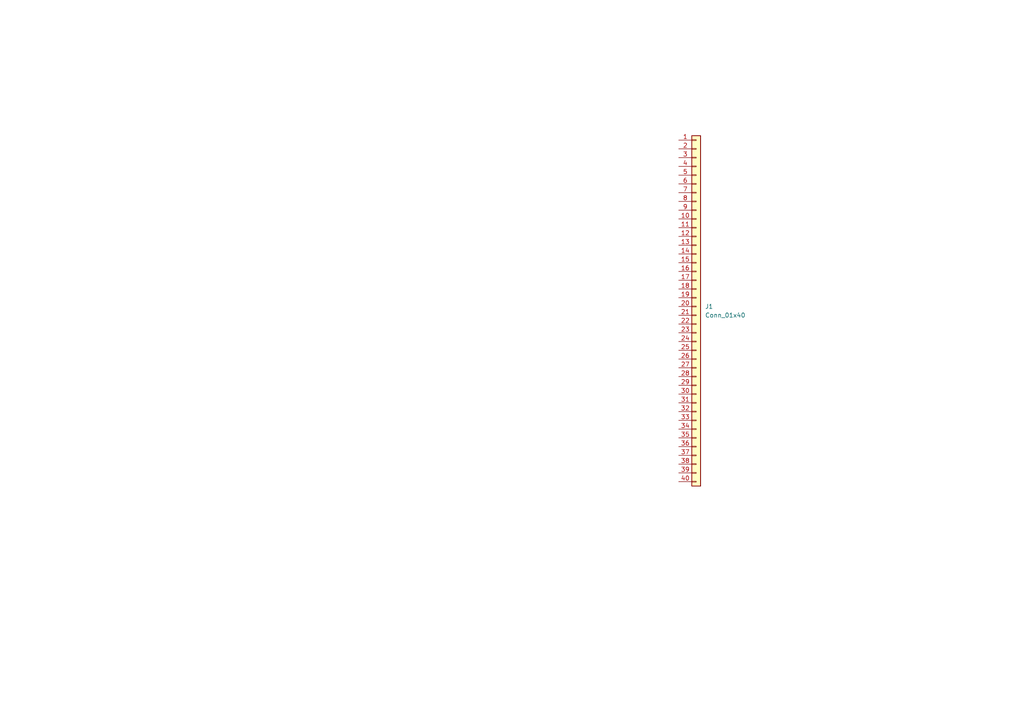
<source format=kicad_sch>
(kicad_sch (version 20250114) (generator "eeschema") (generator_version "9.0")
  (paper "A4")
  (lib_symbols
    (symbol "Connector_Generic:Conn_01x40" (pin_names (offset 1.016) (hide yes))
      (property "Reference" "J" (at 0 50.8 0))
      (property "Value" "Conn_01x40" (at 0 -53.34 0))
      (symbol "Conn_01x40_1_1"
        (rectangle (start -1.27 49.53) (end 1.27 -52.07) (stroke (width 0.254)) (fill (type background)))
        (rectangle (start -1.27 48.387) (end 0 48.133) (stroke (width 0.1524)))
        (rectangle (start -1.27 45.847) (end 0 45.593) (stroke (width 0.1524)))
        (rectangle (start -1.27 43.307) (end 0 43.053) (stroke (width 0.1524)))
        (rectangle (start -1.27 40.767) (end 0 40.513) (stroke (width 0.1524)))
        (rectangle (start -1.27 38.227) (end 0 37.973) (stroke (width 0.1524)))
        (rectangle (start -1.27 35.687) (end 0 35.433) (stroke (width 0.1524)))
        (rectangle (start -1.27 33.147) (end 0 32.893) (stroke (width 0.1524)))
        (rectangle (start -1.27 30.607) (end 0 30.353) (stroke (width 0.1524)))
        (rectangle (start -1.27 28.067) (end 0 27.813) (stroke (width 0.1524)))
        (rectangle (start -1.27 25.527) (end 0 25.273) (stroke (width 0.1524)))
        (rectangle (start -1.27 22.987) (end 0 22.733) (stroke (width 0.1524)))
        (rectangle (start -1.27 20.447) (end 0 20.193) (stroke (width 0.1524)))
        (rectangle (start -1.27 17.907) (end 0 17.653) (stroke (width 0.1524)))
        (rectangle (start -1.27 15.367) (end 0 15.113) (stroke (width 0.1524)))
        (rectangle (start -1.27 12.827) (end 0 12.573) (stroke (width 0.1524)))
        (rectangle (start -1.27 10.287) (end 0 10.033) (stroke (width 0.1524)))
        (rectangle (start -1.27 7.747) (end 0 7.493) (stroke (width 0.1524)))
        (rectangle (start -1.27 5.207) (end 0 4.953) (stroke (width 0.1524)))
        (rectangle (start -1.27 2.667) (end 0 2.413) (stroke (width 0.1524)))
        (rectangle (start -1.27 0.127) (end 0 -0.127) (stroke (width 0.1524)))
        (rectangle (start -1.27 -2.413) (end 0 -2.667) (stroke (width 0.1524)))
        (rectangle (start -1.27 -4.953) (end 0 -5.207) (stroke (width 0.1524)))
        (rectangle (start -1.27 -7.493) (end 0 -7.747) (stroke (width 0.1524)))
        (rectangle (start -1.27 -10.033) (end 0 -10.287) (stroke (width 0.1524)))
        (rectangle (start -1.27 -12.573) (end 0 -12.827) (stroke (width 0.1524)))
        (rectangle (start -1.27 -15.113) (end 0 -15.367) (stroke (width 0.1524)))
        (rectangle (start -1.27 -17.653) (end 0 -17.907) (stroke (width 0.1524)))
        (rectangle (start -1.27 -20.193) (end 0 -20.447) (stroke (width 0.1524)))
        (rectangle (start -1.27 -22.733) (end 0 -22.987) (stroke (width 0.1524)))
        (rectangle (start -1.27 -25.273) (end 0 -25.527) (stroke (width 0.1524)))
        (rectangle (start -1.27 -27.813) (end 0 -28.067) (stroke (width 0.1524)))
        (rectangle (start -1.27 -30.353) (end 0 -30.607) (stroke (width 0.1524)))
        (rectangle (start -1.27 -32.893) (end 0 -33.147) (stroke (width 0.1524)))
        (rectangle (start -1.27 -35.433) (end 0 -35.687) (stroke (width 0.1524)))
        (rectangle (start -1.27 -37.973) (end 0 -38.227) (stroke (width 0.1524)))
        (rectangle (start -1.27 -40.513) (end 0 -40.767) (stroke (width 0.1524)))
        (rectangle (start -1.27 -43.053) (end 0 -43.307) (stroke (width 0.1524)))
        (rectangle (start -1.27 -45.593) (end 0 -45.847) (stroke (width 0.1524)))
        (rectangle (start -1.27 -48.133) (end 0 -48.387) (stroke (width 0.1524)))
        (rectangle (start -1.27 -50.673) (end 0 -50.927) (stroke (width 0.1524)))
        (pin passive line (at -5.08 48.26 0) (length 3.81) (name "Pin_1") (number "1"))
        (pin passive line (at -5.08 45.72 0) (length 3.81) (name "Pin_2") (number "2"))
        (pin passive line (at -5.08 43.18 0) (length 3.81) (name "Pin_3") (number "3"))
        (pin passive line (at -5.08 40.64 0) (length 3.81) (name "Pin_4") (number "4"))
        (pin passive line (at -5.08 38.1 0) (length 3.81) (name "Pin_5") (number "5"))
        (pin passive line (at -5.08 35.56 0) (length 3.81) (name "Pin_6") (number "6"))
        (pin passive line (at -5.08 33.02 0) (length 3.81) (name "Pin_7") (number "7"))
        (pin passive line (at -5.08 30.48 0) (length 3.81) (name "Pin_8") (number "8"))
        (pin passive line (at -5.08 27.94 0) (length 3.81) (name "Pin_9") (number "9"))
        (pin passive line (at -5.08 25.4 0) (length 3.81) (name "Pin_10") (number "10"))
        (pin passive line (at -5.08 22.86 0) (length 3.81) (name "Pin_11") (number "11"))
        (pin passive line (at -5.08 20.32 0) (length 3.81) (name "Pin_12") (number "12"))
        (pin passive line (at -5.08 17.78 0) (length 3.81) (name "Pin_13") (number "13"))
        (pin passive line (at -5.08 15.24 0) (length 3.81) (name "Pin_14") (number "14"))
        (pin passive line (at -5.08 12.7 0) (length 3.81) (name "Pin_15") (number "15"))
        (pin passive line (at -5.08 10.16 0) (length 3.81) (name "Pin_16") (number "16"))
        (pin passive line (at -5.08 7.62 0) (length 3.81) (name "Pin_17") (number "17"))
        (pin passive line (at -5.08 5.08 0) (length 3.81) (name "Pin_18") (number "18"))
        (pin passive line (at -5.08 2.54 0) (length 3.81) (name "Pin_19") (number "19"))
        (pin passive line (at -5.08 0 0) (length 3.81) (name "Pin_20") (number "20"))
        (pin passive line (at -5.08 -2.54 0) (length 3.81) (name "Pin_21") (number "21"))
        (pin passive line (at -5.08 -5.08 0) (length 3.81) (name "Pin_22") (number "22"))
        (pin passive line (at -5.08 -7.62 0) (length 3.81) (name "Pin_23") (number "23"))
        (pin passive line (at -5.08 -10.16 0) (length 3.81) (name "Pin_24") (number "24"))
        (pin passive line (at -5.08 -12.7 0) (length 3.81) (name "Pin_25") (number "25"))
        (pin passive line (at -5.08 -15.24 0) (length 3.81) (name "Pin_26") (number "26"))
        (pin passive line (at -5.08 -17.78 0) (length 3.81) (name "Pin_27") (number "27"))
        (pin passive line (at -5.08 -20.32 0) (length 3.81) (name "Pin_28") (number "28"))
        (pin passive line (at -5.08 -22.86 0) (length 3.81) (name "Pin_29") (number "29"))
        (pin passive line (at -5.08 -25.4 0) (length 3.81) (name "Pin_30") (number "30"))
        (pin passive line (at -5.08 -27.94 0) (length 3.81) (name "Pin_31") (number "31"))
        (pin passive line (at -5.08 -30.48 0) (length 3.81) (name "Pin_32") (number "32"))
        (pin passive line (at -5.08 -33.02 0) (length 3.81) (name "Pin_33") (number "33"))
        (pin passive line (at -5.08 -35.56 0) (length 3.81) (name "Pin_34") (number "34"))
        (pin passive line (at -5.08 -38.1 0) (length 3.81) (name "Pin_35") (number "35"))
        (pin passive line (at -5.08 -40.64 0) (length 3.81) (name "Pin_36") (number "36"))
        (pin passive line (at -5.08 -43.18 0) (length 3.81) (name "Pin_37") (number "37"))
        (pin passive line (at -5.08 -45.72 0) (length 3.81) (name "Pin_38") (number "38"))
        (pin passive line (at -5.08 -48.26 0) (length 3.81) (name "Pin_39") (number "39"))
        (pin passive line (at -5.08 -50.8 0) (length 3.81) (name "Pin_40") (number "40"))
      )
    )
  )
  (symbol (lib_id "Connector_Generic:Conn_01x40") (at 201.93 88.9 0) (unit 1)
    (property "Reference" "J1" (at 204.47 88.8999 0) (effects (justify left)))
    (property "Value" "Conn_01x40" (at 204.47 91.4399 0) (effects (justify left)))
    (property "Description" "Generic connector, single row, 01x40, script generated (kicad-library-utils/schlib/autogen/connector/)" (effects (hide yes)))
  )
)
</source>
